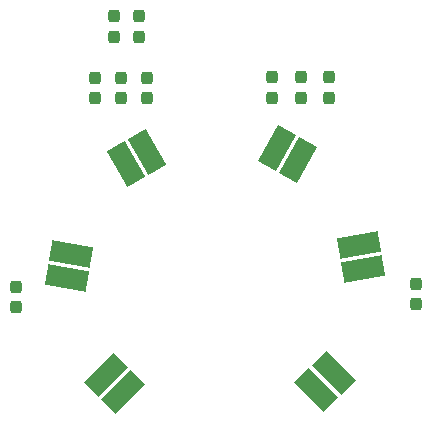
<source format=gtp>
G04 #@! TF.GenerationSoftware,KiCad,Pcbnew,7.0.2*
G04 #@! TF.CreationDate,2023-08-25T12:46:11-04:00*
G04 #@! TF.ProjectId,Foras Promineo CLR PCB,466f7261-7320-4507-926f-6d696e656f20,rev?*
G04 #@! TF.SameCoordinates,PX3969440PY5f5e100*
G04 #@! TF.FileFunction,Paste,Top*
G04 #@! TF.FilePolarity,Positive*
%FSLAX46Y46*%
G04 Gerber Fmt 4.6, Leading zero omitted, Abs format (unit mm)*
G04 Created by KiCad (PCBNEW 7.0.2) date 2023-08-25 12:46:11*
%MOMM*%
%LPD*%
G01*
G04 APERTURE LIST*
G04 Aperture macros list*
%AMRoundRect*
0 Rectangle with rounded corners*
0 $1 Rounding radius*
0 $2 $3 $4 $5 $6 $7 $8 $9 X,Y pos of 4 corners*
0 Add a 4 corners polygon primitive as box body*
4,1,4,$2,$3,$4,$5,$6,$7,$8,$9,$2,$3,0*
0 Add four circle primitives for the rounded corners*
1,1,$1+$1,$2,$3*
1,1,$1+$1,$4,$5*
1,1,$1+$1,$6,$7*
1,1,$1+$1,$8,$9*
0 Add four rect primitives between the rounded corners*
20,1,$1+$1,$2,$3,$4,$5,0*
20,1,$1+$1,$4,$5,$6,$7,0*
20,1,$1+$1,$6,$7,$8,$9,0*
20,1,$1+$1,$8,$9,$2,$3,0*%
%AMRotRect*
0 Rectangle, with rotation*
0 The origin of the aperture is its center*
0 $1 length*
0 $2 width*
0 $3 Rotation angle, in degrees counterclockwise*
0 Add horizontal line*
21,1,$1,$2,0,0,$3*%
G04 Aperture macros list end*
%ADD10RotRect,1.750000X3.500000X280.000000*%
%ADD11RotRect,1.750000X3.500000X45.000000*%
%ADD12RotRect,1.750000X3.500000X330.857000*%
%ADD13RotRect,1.750000X3.500000X80.000000*%
%ADD14RotRect,1.750000X3.500000X30.000000*%
%ADD15RotRect,1.750000X3.500000X135.000000*%
%ADD16RoundRect,0.237500X0.237500X-0.300000X0.237500X0.300000X-0.237500X0.300000X-0.237500X-0.300000X0*%
G04 APERTURE END LIST*
D10*
G04 #@! TO.C,D2*
X32250313Y13065072D03*
X31894335Y15083928D03*
G04 #@! TD*
D11*
G04 #@! TO.C,D3*
X29776108Y4264284D03*
X28326540Y2814716D03*
G04 #@! TD*
D12*
G04 #@! TO.C,D1*
X26744566Y22322334D03*
X24954082Y23320666D03*
G04 #@! TD*
D13*
G04 #@! TO.C,D5*
X7519313Y14312928D03*
X7163335Y12294072D03*
G04 #@! TD*
D14*
G04 #@! TO.C,D6*
X14000000Y23000000D03*
X12224648Y21975000D03*
G04 #@! TD*
D15*
G04 #@! TO.C,D4*
X10475216Y4124784D03*
X11924784Y2675216D03*
G04 #@! TD*
D16*
G04 #@! TO.C,C1*
X2880000Y9827670D03*
X2880000Y11552670D03*
G04 #@! TD*
G04 #@! TO.C,C2*
X36795000Y10082670D03*
X36795000Y11807670D03*
G04 #@! TD*
G04 #@! TO.C,R2*
X24600000Y27587500D03*
X24600000Y29312500D03*
G04 #@! TD*
G04 #@! TO.C,R4*
X27000000Y27587500D03*
X27000000Y29312500D03*
G04 #@! TD*
G04 #@! TO.C,R6*
X29400000Y27587500D03*
X29400000Y29312500D03*
G04 #@! TD*
G04 #@! TO.C,R8*
X9600000Y27537500D03*
X9600000Y29262500D03*
G04 #@! TD*
G04 #@! TO.C,R10*
X11800000Y27537500D03*
X11800000Y29262500D03*
G04 #@! TD*
G04 #@! TO.C,R12*
X14000000Y27537500D03*
X14000000Y29262500D03*
G04 #@! TD*
G04 #@! TO.C,C5*
X11200000Y32737500D03*
X11200000Y34462500D03*
G04 #@! TD*
G04 #@! TO.C,C6*
X13300000Y32737500D03*
X13300000Y34462500D03*
G04 #@! TD*
M02*

</source>
